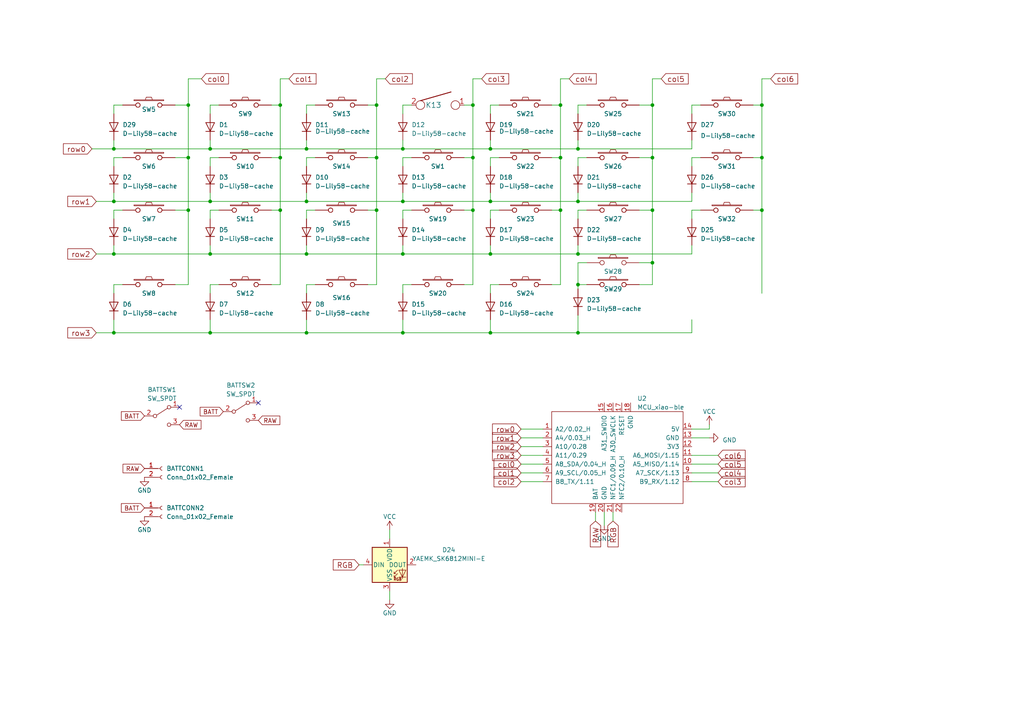
<source format=kicad_sch>
(kicad_sch (version 20230121) (generator eeschema)
  (paper "A4")
  (lib_symbols
    (symbol "Connector:Conn_01x02_Female" (pin_names (offset 1.016) hide)
      (property "Reference" "J" (at 0 2.54 0))
      (property "Value" "Conn_01x02_Female" (at 0 -5.08 0))
      (symbol "Conn_01x02_Female_1_1"
        (arc (start 0 -2.032) (mid -0.5058 -2.54) (end 0 -3.048) (stroke (width 0.1524)))
        (polyline (pts (xy -1.27 -2.54) (xy -0.508 -2.54)) (stroke (width 0.1524)))
        (polyline (pts (xy -1.27 0) (xy -0.508 0)) (stroke (width 0.1524)))
        (arc (start 0 0.508) (mid -0.5058 0) (end 0 -0.508) (stroke (width 0.1524)))
        (pin passive line (at -5.08 0 0) (length 3.81) (name "Pin_1") (number "1"))
        (pin passive line (at -5.08 -2.54 0) (length 3.81) (name "Pin_2") (number "2"))
      )
    )
    (symbol "ErgoTravel-rescue:KEYSW" (pin_names (offset 1.016))
      (property "Reference" "K?" (at -1.27 0 0))
      (symbol "KEYSW_0_1"
        (circle (center -5.08 0) (radius 1.27))
        (polyline (pts (xy -5.08 1.27) (xy 3.81 3.81)) (stroke (width 0.254)))
        (circle (center 5.08 0) (radius 1.27))
      )
      (symbol "KEYSW_1_1"
        (pin passive line (at 7.62 0 180) (length 1.27) (name "~") (number "1"))
        (pin passive line (at -7.62 0 0) (length 1.27) (name "~") (number "2"))
      )
    )
    (symbol "Switch:SW_SPDT" (pin_names (offset 0) hide)
      (property "Reference" "SW" (at 0 4.318 0))
      (property "Value" "SW_SPDT" (at 0 -5.08 0))
      (symbol "SW_SPDT_0_0"
        (circle (center -2.032 0) (radius 0.508))
        (circle (center 2.032 -2.54) (radius 0.508))
      )
      (symbol "SW_SPDT_0_1"
        (polyline (pts (xy -1.524 0.254) (xy 1.651 2.286)))
        (circle (center 2.032 2.54) (radius 0.508))
      )
      (symbol "SW_SPDT_1_1"
        (pin passive line (at 5.08 2.54 180) (length 2.54) (name "A") (number "1"))
        (pin passive line (at -5.08 0 0) (length 2.54) (name "B") (number "2"))
        (pin passive line (at 5.08 -2.54 180) (length 2.54) (name "C") (number "3"))
      )
    )
    (symbol "power:GND" (power) (pin_names (offset 0))
      (property "Value" "GND" (at 0 -3.81 0))
      (symbol "GND_0_1"
        (polyline (pts (xy 0 0) (xy 0 -1.27) (xy 1.27 -1.27) (xy 0 -2.54) (xy -1.27 -1.27) (xy 0 -1.27)))
      )
      (symbol "GND_1_1"
        (pin power_in line (at 0 0 270) (length 0) hide (name "GND") (number "1"))
      )
    )
    (symbol "power:VCC" (power) (pin_names (offset 0))
      (property "Value" "VCC" (at 0 3.81 0))
      (symbol "VCC_0_1"
        (polyline (pts (xy -0.762 1.27) (xy 0 2.54)))
        (polyline (pts (xy 0 0) (xy 0 2.54)))
        (polyline (pts (xy 0 2.54) (xy 0.762 1.27)))
      )
      (symbol "VCC_1_1"
        (pin power_in line (at 0 0 90) (length 0) hide (name "VCC") (number "1"))
      )
    )
    (symbol "sofle:D-Lily58-cache" (pin_numbers hide) (pin_names (offset 1.016) hide)
      (property "Reference" "D" (at 0 2.54 0))
      (property "Value" "D-Lily58-cache" (at 0 -2.54 0))
      (symbol "D-Lily58-cache_0_1"
        (polyline (pts (xy -1.27 1.27) (xy -1.27 -1.27)) (stroke (width 0.2032)))
        (polyline (pts (xy 1.27 0) (xy -1.27 0)))
        (polyline (pts (xy 1.27 1.27) (xy 1.27 -1.27) (xy -1.27 0) (xy 1.27 1.27)) (stroke (width 0.2032)))
      )
      (symbol "D-Lily58-cache_1_1"
        (pin passive line (at -3.81 0 0) (length 2.54) (name "K") (number "1"))
        (pin passive line (at 3.81 0 180) (length 2.54) (name "A") (number "2"))
      )
    )
    (symbol "sofle:SW_PUSH-Lily58-cache" (pin_numbers hide) (pin_names (offset 1.016) hide)
      (property "Reference" "SW" (at 3.81 2.794 0))
      (property "Value" "SW_PUSH-Lily58-cache" (at 0 -2.032 0))
      (symbol "SW_PUSH-Lily58-cache_0_1"
        (rectangle (start -4.318 1.27) (end 4.318 1.524))
        (polyline (pts (xy -1.016 1.524) (xy -0.762 2.286) (xy 0.762 2.286) (xy 1.016 1.524)))
        (pin passive inverted (at -7.62 0 0) (length 5.08) (name "1") (number "1"))
        (pin passive inverted (at 7.62 0 180) (length 5.08) (name "2") (number "2"))
      )
    )
    (symbol "yaemk:YAEMK_SK6812MINI-E" (pin_names (offset 0.254))
      (property "Reference" "D" (at 5.08 5.715 0))
      (property "Value" "YAEMK_SK6812MINI-E" (at 1.27 -5.715 0))
      (symbol "YAEMK_SK6812MINI-E_0_0"
        (text "RGB" (at 2.286 -4.191 0) (effects (font (size 0.762 0.762))))
      )
      (symbol "YAEMK_SK6812MINI-E_0_1"
        (polyline (pts (xy 1.27 -3.556) (xy 1.778 -3.556)))
        (polyline (pts (xy 1.27 -2.54) (xy 1.778 -2.54)))
        (polyline (pts (xy 4.699 -3.556) (xy 2.667 -3.556)))
        (polyline (pts (xy 2.286 -2.54) (xy 1.27 -3.556) (xy 1.27 -3.048)))
        (polyline (pts (xy 2.286 -1.524) (xy 1.27 -2.54) (xy 1.27 -2.032)))
        (polyline (pts (xy 3.683 -1.016) (xy 3.683 -3.556) (xy 3.683 -4.064)))
        (polyline (pts (xy 4.699 -1.524) (xy 2.667 -1.524) (xy 3.683 -3.556) (xy 4.699 -1.524)))
        (rectangle (start 5.08 5.08) (end -5.08 -5.08) (stroke (width 0.254)) (fill (type background)))
      )
      (symbol "YAEMK_SK6812MINI-E_1_1"
        (pin power_in line (at 0 7.62 270) (length 2.54) (name "VDD") (number "1"))
        (pin output line (at 7.62 0 180) (length 2.54) (name "DOUT") (number "2"))
        (pin power_in line (at 0 -7.62 90) (length 2.54) (name "VSS") (number "3"))
        (pin input line (at -7.62 0 0) (length 2.54) (name "DIN") (number "4"))
      )
    )
    (symbol "zzkeeb:MCU_xiao-ble" (pin_names (offset 1.016))
      (property "Reference" "U" (at -17.78 16.51 0))
      (property "Value" "MCU_xiao-ble" (at -15.24 13.97 0))
      (symbol "MCU_xiao-ble_0_1"
        (rectangle (start -19.05 12.7) (end 19.05 -13.97))
      )
      (symbol "MCU_xiao-ble_1_1"
        (pin bidirectional line (at -21.59 7.62 0) (length 2.54) (name "A2/0.02_H") (number "1"))
        (pin bidirectional line (at 21.59 -2.54 180) (length 2.54) (name "A5_MISO/1.14") (number "10"))
        (pin bidirectional line (at 21.59 0 180) (length 2.54) (name "A6_MOSI/1.15") (number "11"))
        (pin power_out line (at 21.59 2.54 180) (length 2.54) (name "3V3") (number "12"))
        (pin power_out line (at 21.59 5.08 180) (length 2.54) (name "GND") (number "13"))
        (pin power_out line (at 21.59 7.62 180) (length 2.54) (name "5V") (number "14"))
        (pin input line (at -3.81 15.24 270) (length 2.54) (name "A31_SWDIO") (number "15"))
        (pin input line (at -1.27 15.24 270) (length 2.54) (name "A30_SWCLK") (number "16"))
        (pin input line (at 1.27 15.24 270) (length 2.54) (name "RESET") (number "17"))
        (pin power_out line (at 3.81 15.24 270) (length 2.54) (name "GND") (number "18"))
        (pin bidirectional line (at -6.35 -16.51 90) (length 2.54) (name "BAT") (number "19"))
        (pin bidirectional line (at -21.59 5.08 0) (length 2.54) (name "A4/0.03_H") (number "2"))
        (pin power_out line (at -3.81 -16.51 90) (length 2.54) (name "GND") (number "20"))
        (pin bidirectional line (at -1.27 -16.51 90) (length 2.54) (name "NFC1/0.09_H") (number "21"))
        (pin bidirectional line (at 1.27 -16.51 90) (length 2.54) (name "NFC2/0.10_H") (number "22"))
        (pin bidirectional line (at -21.59 2.54 0) (length 2.54) (name "A10/0.28") (number "3"))
        (pin bidirectional line (at -21.59 0 0) (length 2.54) (name "A11/0.29") (number "4"))
        (pin bidirectional line (at -21.59 -2.54 0) (length 2.54) (name "A8_SDA/0.04_H") (number "5"))
        (pin bidirectional line (at -21.59 -5.08 0) (length 2.54) (name "A9_SCL/0.05_H") (number "6"))
        (pin bidirectional line (at -21.59 -7.62 0) (length 2.54) (name "B8_TX/1.11") (number "7"))
        (pin bidirectional line (at 21.59 -7.62 180) (length 2.54) (name "B9_RX/1.12") (number "8"))
        (pin bidirectional line (at 21.59 -5.08 180) (length 2.54) (name "A7_SCK/1.13") (number "9"))
      )
    )
  )
  (junction (at 54.61 30.48))
  (junction (at 116.84 73.66))
  (junction (at 109.22 30.48))
  (junction (at 54.61 45.72))
  (junction (at 220.98 30.48))
  (junction (at 189.23 30.48))
  (junction (at 142.24 96.52))
  (junction (at 220.98 45.72))
  (junction (at 142.24 58.42))
  (junction (at 189.23 60.96))
  (junction (at 60.96 43.18))
  (junction (at 137.16 45.72))
  (junction (at 60.96 73.66))
  (junction (at 220.98 60.96))
  (junction (at 33.02 96.52))
  (junction (at 137.16 60.96))
  (junction (at 88.9 58.42))
  (junction (at 33.02 43.18))
  (junction (at 109.22 60.96))
  (junction (at 116.84 43.18))
  (junction (at 167.64 73.66))
  (junction (at 162.56 45.72))
  (junction (at 88.9 96.52))
  (junction (at 88.9 73.66))
  (junction (at 33.02 73.66))
  (junction (at 60.96 58.42))
  (junction (at 116.84 96.52))
  (junction (at 54.61 60.96))
  (junction (at 167.64 96.52))
  (junction (at 116.84 58.42))
  (junction (at 189.23 45.72))
  (junction (at 33.02 58.42))
  (junction (at 167.64 58.42))
  (junction (at 167.64 82.55))
  (junction (at 88.9 43.18))
  (junction (at 81.28 30.48))
  (junction (at 81.28 45.72))
  (junction (at 189.23 76.2))
  (junction (at 81.28 60.96))
  (junction (at 142.24 43.18))
  (junction (at 162.56 30.48))
  (junction (at 109.22 45.72))
  (junction (at 162.56 60.96))
  (junction (at 142.24 73.66))
  (junction (at 167.64 43.18))
  (junction (at 137.16 30.48))
  (junction (at 60.96 96.52))
  (no_connect (at 74.93 116.84))
  (no_connect (at 52.07 118.11))
  (wire (pts (xy 200.66 73.66) (xy 167.64 73.66)))
  (wire (pts (xy 60.96 96.52) (xy 33.02 96.52)))
  (wire (pts (xy 60.96 45.72) (xy 63.5 45.72)))
  (wire (pts (xy 81.28 60.96) (xy 81.28 82.55)))
  (wire (pts (xy 81.28 45.72) (xy 81.28 60.96)))
  (wire (pts (xy 151.13 127) (xy 157.48 127)))
  (wire (pts (xy 200.66 71.12) (xy 200.66 73.66)))
  (wire (pts (xy 203.2 30.48) (xy 200.66 30.48)))
  (wire (pts (xy 137.16 45.72) (xy 137.16 60.96)))
  (wire (pts (xy 151.13 134.62) (xy 157.48 134.62)))
  (wire (pts (xy 60.96 58.42) (xy 33.02 58.42)))
  (wire (pts (xy 167.64 55.88) (xy 167.64 58.42)))
  (wire (pts (xy 81.28 82.55) (xy 78.74 82.55)))
  (wire (pts (xy 151.13 132.08) (xy 157.48 132.08)))
  (wire (pts (xy 142.24 96.52) (xy 116.84 96.52)))
  (wire (pts (xy 116.84 58.42) (xy 88.9 58.42)))
  (wire (pts (xy 142.24 43.18) (xy 116.84 43.18)))
  (wire (pts (xy 160.02 30.48) (xy 162.56 30.48)))
  (wire (pts (xy 167.64 30.48) (xy 170.18 30.48)))
  (wire (pts (xy 60.96 40.64) (xy 60.96 43.18)))
  (wire (pts (xy 200.66 30.48) (xy 200.66 33.02)))
  (wire (pts (xy 88.9 55.88) (xy 88.9 58.42)))
  (wire (pts (xy 218.44 60.96) (xy 220.98 60.96)))
  (wire (pts (xy 116.84 40.64) (xy 116.84 43.18)))
  (wire (pts (xy 189.23 22.86) (xy 191.77 22.86)))
  (wire (pts (xy 54.61 22.86) (xy 58.42 22.86)))
  (wire (pts (xy 116.84 71.12) (xy 116.84 73.66)))
  (wire (pts (xy 137.16 22.86) (xy 139.7 22.86)))
  (wire (pts (xy 81.28 22.86) (xy 83.82 22.86)))
  (wire (pts (xy 60.96 63.5) (xy 60.96 60.96)))
  (wire (pts (xy 33.02 82.55) (xy 33.02 85.09)))
  (wire (pts (xy 137.16 60.96) (xy 137.16 82.55)))
  (wire (pts (xy 142.24 73.66) (xy 116.84 73.66)))
  (wire (pts (xy 189.23 76.2) (xy 189.23 60.96)))
  (wire (pts (xy 200.66 60.96) (xy 203.2 60.96)))
  (wire (pts (xy 167.64 82.55) (xy 167.64 83.82)))
  (wire (pts (xy 142.24 45.72) (xy 142.24 48.26)))
  (wire (pts (xy 162.56 82.55) (xy 160.02 82.55)))
  (wire (pts (xy 60.96 85.09) (xy 60.96 82.55)))
  (wire (pts (xy 185.42 45.72) (xy 189.23 45.72)))
  (wire (pts (xy 134.62 60.96) (xy 137.16 60.96)))
  (wire (pts (xy 60.96 33.02) (xy 60.96 30.48)))
  (wire (pts (xy 50.8 30.48) (xy 54.61 30.48)))
  (wire (pts (xy 33.02 60.96) (xy 33.02 63.5)))
  (wire (pts (xy 200.66 48.26) (xy 200.66 45.72)))
  (wire (pts (xy 137.16 22.86) (xy 137.16 30.48)))
  (wire (pts (xy 200.66 132.08) (xy 208.28 132.08)))
  (wire (pts (xy 162.56 45.72) (xy 162.56 60.96)))
  (wire (pts (xy 116.84 85.09) (xy 116.84 82.55)))
  (wire (pts (xy 167.64 76.2) (xy 170.18 76.2)))
  (wire (pts (xy 104.14 163.83) (xy 105.41 163.83)))
  (wire (pts (xy 200.66 92.71) (xy 200.66 96.52)))
  (wire (pts (xy 109.22 60.96) (xy 109.22 82.55)))
  (wire (pts (xy 220.98 22.86) (xy 223.52 22.86)))
  (wire (pts (xy 162.56 22.86) (xy 165.1 22.86)))
  (wire (pts (xy 205.74 124.46) (xy 205.74 123.19)))
  (wire (pts (xy 113.03 153.67) (xy 113.03 156.21)))
  (wire (pts (xy 200.66 45.72) (xy 203.2 45.72)))
  (wire (pts (xy 109.22 22.86) (xy 109.22 30.48)))
  (wire (pts (xy 60.96 60.96) (xy 63.5 60.96)))
  (wire (pts (xy 116.84 45.72) (xy 116.84 48.26)))
  (wire (pts (xy 220.98 22.86) (xy 220.98 30.48)))
  (wire (pts (xy 185.42 30.48) (xy 189.23 30.48)))
  (wire (pts (xy 142.24 40.64) (xy 142.24 43.18)))
  (wire (pts (xy 88.9 43.18) (xy 60.96 43.18)))
  (wire (pts (xy 185.42 60.96) (xy 189.23 60.96)))
  (wire (pts (xy 33.02 71.12) (xy 33.02 73.66)))
  (wire (pts (xy 50.8 45.72) (xy 54.61 45.72)))
  (wire (pts (xy 200.66 124.46) (xy 205.74 124.46)))
  (wire (pts (xy 142.24 71.12) (xy 142.24 73.66)))
  (wire (pts (xy 175.26 148.59) (xy 175.26 152.4)))
  (wire (pts (xy 151.13 139.7) (xy 157.48 139.7)))
  (wire (pts (xy 116.84 92.71) (xy 116.84 96.52)))
  (wire (pts (xy 91.44 30.48) (xy 88.9 30.48)))
  (wire (pts (xy 151.13 129.54) (xy 157.48 129.54)))
  (wire (pts (xy 151.13 124.46) (xy 157.48 124.46)))
  (wire (pts (xy 167.64 71.12) (xy 167.64 73.66)))
  (wire (pts (xy 200.66 127) (xy 205.74 127)))
  (wire (pts (xy 88.9 96.52) (xy 60.96 96.52)))
  (wire (pts (xy 78.74 30.48) (xy 81.28 30.48)))
  (wire (pts (xy 134.62 30.48) (xy 137.16 30.48)))
  (wire (pts (xy 142.24 55.88) (xy 142.24 58.42)))
  (wire (pts (xy 88.9 82.55) (xy 88.9 85.09)))
  (wire (pts (xy 142.24 85.09) (xy 142.24 82.55)))
  (wire (pts (xy 142.24 63.5) (xy 142.24 60.96)))
  (wire (pts (xy 167.64 58.42) (xy 142.24 58.42)))
  (wire (pts (xy 88.9 58.42) (xy 60.96 58.42)))
  (wire (pts (xy 88.9 73.66) (xy 60.96 73.66)))
  (wire (pts (xy 220.98 60.96) (xy 220.98 85.09)))
  (wire (pts (xy 162.56 30.48) (xy 162.56 45.72)))
  (wire (pts (xy 60.96 30.48) (xy 63.5 30.48)))
  (wire (pts (xy 88.9 40.64) (xy 88.9 43.18)))
  (wire (pts (xy 218.44 45.72) (xy 220.98 45.72)))
  (wire (pts (xy 33.02 96.52) (xy 27.94 96.52)))
  (wire (pts (xy 134.62 45.72) (xy 137.16 45.72)))
  (wire (pts (xy 177.8 148.59) (xy 177.8 151.13)))
  (wire (pts (xy 116.84 96.52) (xy 88.9 96.52)))
  (wire (pts (xy 167.64 33.02) (xy 167.64 30.48)))
  (wire (pts (xy 33.02 55.88) (xy 33.02 58.42)))
  (wire (pts (xy 167.64 45.72) (xy 170.18 45.72)))
  (wire (pts (xy 200.66 58.42) (xy 167.64 58.42)))
  (wire (pts (xy 172.72 148.59) (xy 172.72 151.13)))
  (wire (pts (xy 170.18 82.55) (xy 167.64 82.55)))
  (wire (pts (xy 109.22 22.86) (xy 111.76 22.86)))
  (wire (pts (xy 60.96 71.12) (xy 60.96 73.66)))
  (wire (pts (xy 81.28 30.48) (xy 81.28 45.72)))
  (wire (pts (xy 60.96 73.66) (xy 33.02 73.66)))
  (wire (pts (xy 189.23 82.55) (xy 189.23 76.2)))
  (wire (pts (xy 60.96 55.88) (xy 60.96 58.42)))
  (wire (pts (xy 33.02 43.18) (xy 26.67 43.18)))
  (wire (pts (xy 54.61 60.96) (xy 54.61 82.55)))
  (wire (pts (xy 60.96 43.18) (xy 33.02 43.18)))
  (wire (pts (xy 142.24 60.96) (xy 144.78 60.96)))
  (wire (pts (xy 106.68 60.96) (xy 109.22 60.96)))
  (wire (pts (xy 88.9 45.72) (xy 91.44 45.72)))
  (wire (pts (xy 81.28 22.86) (xy 81.28 30.48)))
  (wire (pts (xy 116.84 30.48) (xy 116.84 33.02)))
  (wire (pts (xy 60.96 48.26) (xy 60.96 45.72)))
  (wire (pts (xy 60.96 82.55) (xy 63.5 82.55)))
  (wire (pts (xy 189.23 30.48) (xy 189.23 22.86)))
  (wire (pts (xy 151.13 137.16) (xy 157.48 137.16)))
  (wire (pts (xy 189.23 60.96) (xy 189.23 45.72)))
  (wire (pts (xy 167.64 60.96) (xy 170.18 60.96)))
  (wire (pts (xy 88.9 30.48) (xy 88.9 33.02)))
  (wire (pts (xy 200.66 63.5) (xy 200.66 60.96)))
  (wire (pts (xy 54.61 45.72) (xy 54.61 60.96)))
  (wire (pts (xy 167.64 43.18) (xy 142.24 43.18)))
  (wire (pts (xy 54.61 30.48) (xy 54.61 45.72)))
  (wire (pts (xy 220.98 30.48) (xy 220.98 45.72)))
  (wire (pts (xy 167.64 40.64) (xy 167.64 43.18)))
  (wire (pts (xy 78.74 60.96) (xy 81.28 60.96)))
  (wire (pts (xy 116.84 82.55) (xy 119.38 82.55)))
  (wire (pts (xy 142.24 30.48) (xy 142.24 33.02)))
  (wire (pts (xy 200.66 43.18) (xy 167.64 43.18)))
  (wire (pts (xy 137.16 30.48) (xy 137.16 45.72)))
  (wire (pts (xy 167.64 63.5) (xy 167.64 60.96)))
  (wire (pts (xy 106.68 45.72) (xy 109.22 45.72)))
  (wire (pts (xy 189.23 45.72) (xy 189.23 30.48)))
  (wire (pts (xy 33.02 45.72) (xy 33.02 48.26)))
  (wire (pts (xy 200.66 96.52) (xy 167.64 96.52)))
  (wire (pts (xy 33.02 92.71) (xy 33.02 96.52)))
  (wire (pts (xy 162.56 22.86) (xy 162.56 30.48)))
  (wire (pts (xy 185.42 82.55) (xy 189.23 82.55)))
  (wire (pts (xy 144.78 45.72) (xy 142.24 45.72)))
  (wire (pts (xy 35.56 45.72) (xy 33.02 45.72)))
  (wire (pts (xy 200.66 139.7) (xy 208.28 139.7)))
  (wire (pts (xy 137.16 82.55) (xy 134.62 82.55)))
  (wire (pts (xy 54.61 82.55) (xy 50.8 82.55)))
  (wire (pts (xy 60.96 92.71) (xy 60.96 96.52)))
  (wire (pts (xy 119.38 30.48) (xy 116.84 30.48)))
  (wire (pts (xy 144.78 30.48) (xy 142.24 30.48)))
  (wire (pts (xy 106.68 30.48) (xy 109.22 30.48)))
  (wire (pts (xy 200.66 137.16) (xy 208.28 137.16)))
  (wire (pts (xy 142.24 58.42) (xy 116.84 58.42)))
  (wire (pts (xy 167.64 96.52) (xy 142.24 96.52)))
  (wire (pts (xy 160.02 45.72) (xy 162.56 45.72)))
  (wire (pts (xy 167.64 48.26) (xy 167.64 45.72)))
  (wire (pts (xy 113.03 171.45) (xy 113.03 173.99)))
  (wire (pts (xy 142.24 92.71) (xy 142.24 96.52)))
  (wire (pts (xy 200.66 40.64) (xy 200.66 43.18)))
  (wire (pts (xy 162.56 60.96) (xy 162.56 82.55)))
  (wire (pts (xy 88.9 92.71) (xy 88.9 96.52)))
  (wire (pts (xy 200.66 55.88) (xy 200.66 58.42)))
  (wire (pts (xy 91.44 82.55) (xy 88.9 82.55)))
  (wire (pts (xy 218.44 30.48) (xy 220.98 30.48)))
  (wire (pts (xy 116.84 55.88) (xy 116.84 58.42)))
  (wire (pts (xy 119.38 45.72) (xy 116.84 45.72)))
  (wire (pts (xy 220.98 45.72) (xy 220.98 60.96)))
  (wire (pts (xy 35.56 82.55) (xy 33.02 82.55)))
  (wire (pts (xy 109.22 30.48) (xy 109.22 45.72)))
  (wire (pts (xy 33.02 30.48) (xy 33.02 33.02)))
  (wire (pts (xy 88.9 60.96) (xy 88.9 63.5)))
  (wire (pts (xy 88.9 71.12) (xy 88.9 73.66)))
  (wire (pts (xy 109.22 45.72) (xy 109.22 60.96)))
  (wire (pts (xy 33.02 73.66) (xy 27.94 73.66)))
  (wire (pts (xy 88.9 48.26) (xy 88.9 45.72)))
  (wire (pts (xy 35.56 30.48) (xy 33.02 30.48)))
  (wire (pts (xy 160.02 60.96) (xy 162.56 60.96)))
  (wire (pts (xy 50.8 60.96) (xy 54.61 60.96)))
  (wire (pts (xy 200.66 134.62) (xy 208.28 134.62)))
  (wire (pts (xy 33.02 40.64) (xy 33.02 43.18)))
  (wire (pts (xy 167.64 91.44) (xy 167.64 96.52)))
  (wire (pts (xy 185.42 76.2) (xy 189.23 76.2)))
  (wire (pts (xy 142.24 82.55) (xy 144.78 82.55)))
  (wire (pts (xy 116.84 73.66) (xy 88.9 73.66)))
  (wire (pts (xy 109.22 82.55) (xy 106.68 82.55)))
  (wire (pts (xy 33.02 58.42) (xy 27.94 58.42)))
  (wire (pts (xy 78.74 45.72) (xy 81.28 45.72)))
  (wire (pts (xy 91.44 60.96) (xy 88.9 60.96)))
  (wire (pts (xy 167.64 73.66) (xy 142.24 73.66)))
  (wire (pts (xy 167.64 76.2) (xy 167.64 82.55)))
  (wire (pts (xy 116.84 63.5) (xy 116.84 60.96)))
  (wire (pts (xy 54.61 22.86) (xy 54.61 30.48)))
  (wire (pts (xy 116.84 43.18) (xy 88.9 43.18)))
  (wire (pts (xy 116.84 60.96) (xy 119.38 60.96)))
  (wire (pts (xy 35.56 60.96) (xy 33.02 60.96)))
  (global_label "col3" (shape input) (at 139.7 22.86 0) (effects (font (size 1.524 1.524))) (property "Intersheetrefs" "${INTERSHEET_REFS}" (effects hide)))
  (global_label "RAW" (shape input) (at 41.91 135.89 180) (property "Intersheetrefs" "${INTERSHEET_REFS}" (effects hide)))
  (global_label "row2" (shape input) (at 151.13 129.54 180) (effects (font (size 1.524 1.524))) (property "Intersheetrefs" "${INTERSHEET_REFS}" (effects hide)))
  (global_label "col1" (shape input) (at 151.13 137.16 180) (effects (font (size 1.524 1.524))) (property "Intersheetrefs" "${INTERSHEET_REFS}" (effects hide)))
  (global_label "col3" (shape input) (at 208.28 139.7 0) (effects (font (size 1.524 1.524))) (property "Intersheetrefs" "${INTERSHEET_REFS}" (effects hide)))
  (global_label "RGB" (shape input) (at 104.14 163.83 180) (effects (font (size 1.524 1.524))) (property "Intersheetrefs" "${INTERSHEET_REFS}" (effects hide)))
  (global_label "col5" (shape input) (at 191.77 22.86 0) (effects (font (size 1.524 1.524))) (property "Intersheetrefs" "${INTERSHEET_REFS}" (effects hide)))
  (global_label "col0" (shape input) (at 58.42 22.86 0) (effects (font (size 1.524 1.524))) (property "Intersheetrefs" "${INTERSHEET_REFS}" (effects hide)))
  (global_label "row2" (shape input) (at 27.94 73.66 180) (effects (font (size 1.524 1.524))) (property "Intersheetrefs" "${INTERSHEET_REFS}" (effects hide)))
  (global_label "RAW" (shape input) (at 74.93 121.92 0) (property "Intersheetrefs" "${INTERSHEET_REFS}" (effects hide)))
  (global_label "col5" (shape input) (at 208.28 134.62 0) (effects (font (size 1.524 1.524))) (property "Intersheetrefs" "${INTERSHEET_REFS}" (effects hide)))
  (global_label "BATT" (shape input) (at 41.91 120.65 180) (property "Intersheetrefs" "${INTERSHEET_REFS}" (effects hide)))
  (global_label "row0" (shape input) (at 151.13 124.46 180) (effects (font (size 1.524 1.524))) (property "Intersheetrefs" "${INTERSHEET_REFS}" (effects hide)))
  (global_label "BATT" (shape input) (at 41.91 147.32 180) (property "Intersheetrefs" "${INTERSHEET_REFS}" (effects hide)))
  (global_label "col2" (shape input) (at 111.76 22.86 0) (effects (font (size 1.524 1.524))) (property "Intersheetrefs" "${INTERSHEET_REFS}" (effects hide)))
  (global_label "RAW" (shape input) (at 172.72 151.13 270) (effects (font (size 1.524 1.524))) (property "Intersheetrefs" "${INTERSHEET_REFS}" (effects hide)))
  (global_label "col1" (shape input) (at 83.82 22.86 0) (effects (font (size 1.524 1.524))) (property "Intersheetrefs" "${INTERSHEET_REFS}" (effects hide)))
  (global_label "row3" (shape input) (at 151.13 132.08 180) (effects (font (size 1.524 1.524))) (property "Intersheetrefs" "${INTERSHEET_REFS}" (effects hide)))
  (global_label "col4" (shape input) (at 165.1 22.86 0) (effects (font (size 1.524 1.524))) (property "Intersheetrefs" "${INTERSHEET_REFS}" (effects hide)))
  (global_label "row3" (shape input) (at 27.94 96.52 180) (effects (font (size 1.524 1.524))) (property "Intersheetrefs" "${INTERSHEET_REFS}" (effects hide)))
  (global_label "col4" (shape input) (at 208.28 137.16 0) (effects (font (size 1.524 1.524))) (property "Intersheetrefs" "${INTERSHEET_REFS}" (effects hide)))
  (global_label "RGB" (shape input) (at 177.8 151.13 270) (effects (font (size 1.524 1.524))) (property "Intersheetrefs" "${INTERSHEET_REFS}" (effects hide)))
  (global_label "row1" (shape input) (at 27.94 58.42 180) (effects (font (size 1.524 1.524))) (property "Intersheetrefs" "${INTERSHEET_REFS}" (effects hide)))
  (global_label "col2" (shape input) (at 151.13 139.7 180) (effects (font (size 1.524 1.524))) (property "Intersheetrefs" "${INTERSHEET_REFS}" (effects hide)))
  (global_label "col6" (shape input) (at 208.28 132.08 0) (effects (font (size 1.524 1.524))) (property "Intersheetrefs" "${INTERSHEET_REFS}" (effects hide)))
  (global_label "col6" (shape input) (at 223.52 22.86 0) (effects (font (size 1.524 1.524))) (property "Intersheetrefs" "${INTERSHEET_REFS}" (effects hide)))
  (global_label "row1" (shape input) (at 151.13 127 180) (effects (font (size 1.524 1.524))) (property "Intersheetrefs" "${INTERSHEET_REFS}" (effects hide)))
  (global_label "RAW" (shape input) (at 52.07 123.19 0) (property "Intersheetrefs" "${INTERSHEET_REFS}" (effects hide)))
  (global_label "col0" (shape input) (at 151.13 134.62 180) (effects (font (size 1.524 1.524))) (property "Intersheetrefs" "${INTERSHEET_REFS}" (effects hide)))
  (global_label "row0" (shape input) (at 26.67 43.18 180) (effects (font (size 1.524 1.524))) (property "Intersheetrefs" "${INTERSHEET_REFS}" (effects hide)))
  (global_label "BATT" (shape input) (at 64.77 119.38 180) (property "Intersheetrefs" "${INTERSHEET_REFS}" (effects hide)))
  (symbol (lib_id "ErgoTravel-rescue:KEYSW") (at 127 30.48 0) (unit 1)
    (property "Reference" "K13" (at 125.73 30.48 0) (effects (font (size 1.524 1.524))))
    (property "Value" "KEYSW" (effects hide))
    (property "Footprint" "keyswitches:SW_MX_reversible" (effects hide))
  )
  (symbol (lib_id "sofle:D-Lily58-cache") (at 200.66 67.31 90) (unit 1)
    (property "Reference" "D25" (at 203.2 66.675 90) (effects (justify right)))
    (property "Value" "D-Lily58-cache" (at 203.2 69.215 90) (effects (justify right)))
    (property "Footprint" "sofle:Diode_SOD123" (effects hide))
  )
  (symbol (lib_id "sofle:D-Lily58-cache") (at 167.64 87.63 90) (unit 1)
    (property "Reference" "D23" (at 170.18 86.995 90) (effects (justify right)))
    (property "Value" "D-Lily58-cache" (at 170.18 89.535 90) (effects (justify right)))
    (property "Footprint" "sofle:Diode_SOD123" (effects hide))
  )
  (symbol (lib_id "sofle:D-Lily58-cache") (at 142.24 36.83 90) (unit 1)
    (property "Reference" "D19" (at 144.78 36.195 90) (effects (justify right)))
    (property "Value" "D-Lily58-cache" (at 144.78 38.1 90) (effects (justify right)))
    (property "Footprint" "sofle:Diode_SOD123" (effects hide))
  )
  (symbol (lib_id "power:GND") (at 41.91 149.86 0) (unit 1)
    (property "Reference" "#PWR03" (effects hide))
    (property "Value" "GND" (at 41.91 153.67 0))
  )
  (symbol (lib_id "yaemk:YAEMK_SK6812MINI-E") (at 113.03 163.83 0) (unit 1)
    (property "Reference" "D24" (at 130.175 159.4993 0))
    (property "Value" "YAEMK_SK6812MINI-E" (at 130.175 162.0393 0))
    (property "Footprint" "prettylib:SK6812_mini_e_flipable" (effects hide))
  )
  (symbol (lib_id "Switch:SW_SPDT") (at 69.85 119.38 0) (unit 1)
    (property "Reference" "BATTSW2" (at 69.85 111.76 0))
    (property "Value" "SW_SPDT" (at 69.85 114.3 0))
    (property "Footprint" "zzkeeb:Switch_SPDT-PCM12" (effects hide))
  )
  (symbol (lib_id "Connector:Conn_01x02_Female") (at 46.99 135.89 0) (unit 1)
    (property "Reference" "BATTCONN1" (at 48.26 135.8899 0) (effects (justify left)))
    (property "Value" "Conn_01x02_Female" (at 48.26 138.4299 0) (effects (justify left)))
    (property "Footprint" "zzkeeb:Connector_JST-1x02-2.00mm" (effects hide))
  )
  (symbol (lib_id "sofle:SW_PUSH-Lily58-cache") (at 152.4 60.96 0) (unit 1)
    (property "Reference" "SW23" (at 152.4 63.5 0))
    (property "Value" "SW_PUSH-Lily58-cache" (effects hide))
    (property "Footprint" "sofle:CherryMX_Hotswap" (effects hide))
  )
  (symbol (lib_id "power:GND") (at 41.91 138.43 0) (unit 1)
    (property "Reference" "#PWR02" (effects hide))
    (property "Value" "GND" (at 41.91 142.24 0))
  )
  (symbol (lib_id "sofle:D-Lily58-cache") (at 88.9 67.31 90) (unit 1)
    (property "Reference" "D9" (at 91.44 66.675 90) (effects (justify right)))
    (property "Value" "D-Lily58-cache" (at 91.44 69.215 90) (effects (justify right)))
    (property "Footprint" "sofle:Diode_SOD123" (effects hide))
  )
  (symbol (lib_id "sofle:D-Lily58-cache") (at 116.84 36.83 90) (unit 1)
    (property "Reference" "D12" (at 119.38 36.195 90) (effects (justify right)))
    (property "Value" "D-Lily58-cache" (at 119.38 38.735 90) (effects (justify right)))
    (property "Footprint" "sofle:Diode_SOD123" (effects hide))
  )
  (symbol (lib_id "sofle:SW_PUSH-Lily58-cache") (at 99.06 60.96 0) (unit 1)
    (property "Reference" "SW15" (at 99.06 64.77 0))
    (property "Value" "SW_PUSH-Lily58-cache" (effects hide))
    (property "Footprint" "sofle:CherryMX_Hotswap" (effects hide))
  )
  (symbol (lib_id "sofle:D-Lily58-cache") (at 60.96 36.83 90) (unit 1)
    (property "Reference" "D1" (at 63.5 36.195 90) (effects (justify right)))
    (property "Value" "D-Lily58-cache" (at 63.5 38.735 90) (effects (justify right)))
    (property "Footprint" "sofle:Diode_SOD123" (effects hide))
  )
  (symbol (lib_id "sofle:SW_PUSH-Lily58-cache") (at 210.82 30.48 0) (unit 1)
    (property "Reference" "SW30" (at 210.82 33.02 0))
    (property "Value" "SW_PUSH-Lily58-cache" (effects hide))
    (property "Footprint" "sofle:CherryMX_Hotswap" (effects hide))
  )
  (symbol (lib_id "sofle:D-Lily58-cache") (at 88.9 88.9 90) (unit 1)
    (property "Reference" "D8" (at 91.44 88.265 90) (effects (justify right)))
    (property "Value" "D-Lily58-cache" (at 91.44 90.805 90) (effects (justify right)))
    (property "Footprint" "sofle:Diode_SOD123" (effects hide))
  )
  (symbol (lib_id "sofle:SW_PUSH-Lily58-cache") (at 43.18 30.48 0) (unit 1)
    (property "Reference" "SW5" (at 43.18 31.75 0))
    (property "Value" "SW_PUSH-Lily58-cache" (effects hide))
    (property "Footprint" "sofle:CherryMX_Hotswap" (effects hide))
  )
  (symbol (lib_id "Switch:SW_SPDT") (at 46.99 120.65 0) (unit 1)
    (property "Reference" "BATTSW1" (at 46.99 113.03 0))
    (property "Value" "SW_SPDT" (at 46.99 115.57 0))
    (property "Footprint" "zzkeeb:Switch_SPDT-PCM12" (effects hide))
  )
  (symbol (lib_id "sofle:SW_PUSH-Lily58-cache") (at 210.82 45.72 0) (unit 1)
    (property "Reference" "SW31" (at 210.82 48.26 0))
    (property "Value" "SW_PUSH-Lily58-cache" (effects hide))
    (property "Footprint" "sofle:CherryMX_Hotswap" (effects hide))
  )
  (symbol (lib_id "Connector:Conn_01x02_Female") (at 46.99 147.32 0) (unit 1)
    (property "Reference" "BATTCONN2" (at 48.26 147.3199 0) (effects (justify left)))
    (property "Value" "Conn_01x02_Female" (at 48.26 149.8599 0) (effects (justify left)))
    (property "Footprint" "zzkeeb:Connector_JST-1x02-2.00mm" (effects hide))
  )
  (symbol (lib_id "sofle:SW_PUSH-Lily58-cache") (at 152.4 45.72 0) (unit 1)
    (property "Reference" "SW22" (at 152.4 48.26 0))
    (property "Value" "SW_PUSH-Lily58-cache" (effects hide))
    (property "Footprint" "sofle:CherryMX_Hotswap" (effects hide))
  )
  (symbol (lib_id "sofle:SW_PUSH-Lily58-cache") (at 177.8 60.96 0) (unit 1)
    (property "Reference" "SW27" (at 177.8 63.5 0))
    (property "Value" "SW_PUSH-Lily58-cache" (effects hide))
    (property "Footprint" "sofle:CherryMX_Hotswap" (effects hide))
  )
  (symbol (lib_id "sofle:D-Lily58-cache") (at 88.9 36.83 90) (unit 1)
    (property "Reference" "D11" (at 91.44 36.195 90) (effects (justify right)))
    (property "Value" "D-Lily58-cache" (at 91.44 38.1 90) (effects (justify right)))
    (property "Footprint" "sofle:Diode_SOD123" (effects hide))
  )
  (symbol (lib_id "sofle:SW_PUSH-Lily58-cache") (at 43.18 82.55 0) (unit 1)
    (property "Reference" "SW8" (at 43.18 85.09 0))
    (property "Value" "SW_PUSH-Lily58-cache" (effects hide))
    (property "Footprint" "sofle:CherryMX_Hotswap" (effects hide))
  )
  (symbol (lib_id "sofle:SW_PUSH-Lily58-cache") (at 71.12 45.72 0) (unit 1)
    (property "Reference" "SW10" (at 71.12 48.26 0))
    (property "Value" "SW_PUSH-Lily58-cache" (effects hide))
    (property "Footprint" "sofle:CherryMX_Hotswap" (effects hide))
  )
  (symbol (lib_id "sofle:D-Lily58-cache") (at 33.02 36.83 90) (unit 1)
    (property "Reference" "D29" (at 35.56 36.195 90) (effects (justify right)))
    (property "Value" "D-Lily58-cache" (at 35.56 38.735 90) (effects (justify right)))
    (property "Footprint" "sofle:Diode_SOD123" (effects hide))
  )
  (symbol (lib_id "sofle:SW_PUSH-Lily58-cache") (at 152.4 82.55 0) (unit 1)
    (property "Reference" "SW24" (at 152.4 85.09 0))
    (property "Value" "SW_PUSH-Lily58-cache" (effects hide))
    (property "Footprint" "sofle:CherryMX_Hotswap" (effects hide))
  )
  (symbol (lib_id "sofle:SW_PUSH-Lily58-cache") (at 127 82.55 0) (unit 1)
    (property "Reference" "SW20" (at 127 85.09 0))
    (property "Value" "SW_PUSH-Lily58-cache" (effects hide))
    (property "Footprint" "sofle:CherryMX_Hotswap" (effects hide))
  )
  (symbol (lib_id "sofle:SW_PUSH-Lily58-cache") (at 177.8 76.2 0) (unit 1)
    (property "Reference" "SW28" (at 177.8 78.74 0))
    (property "Value" "SW_PUSH-Lily58-cache" (effects hide))
    (property "Footprint" "sofle:CherryMX_Hotswap" (effects hide))
  )
  (symbol (lib_id "sofle:SW_PUSH-Lily58-cache") (at 99.06 45.72 0) (unit 1)
    (property "Reference" "SW14" (at 99.06 48.26 0))
    (property "Value" "SW_PUSH-Lily58-cache" (effects hide))
    (property "Footprint" "sofle:CherryMX_Hotswap" (effects hide))
  )
  (symbol (lib_id "sofle:D-Lily58-cache") (at 33.02 88.9 90) (unit 1)
    (property "Reference" "D6" (at 35.56 88.265 90) (effects (justify right)))
    (property "Value" "D-Lily58-cache" (at 35.56 90.805 90) (effects (justify right)))
    (property "Footprint" "sofle:Diode_SOD123" (effects hide))
  )
  (symbol (lib_id "sofle:SW_PUSH-Lily58-cache") (at 152.4 30.48 0) (unit 1)
    (property "Reference" "SW21" (at 152.4 33.02 0))
    (property "Value" "SW_PUSH-Lily58-cache" (effects hide))
    (property "Footprint" "sofle:CherryMX_Hotswap" (effects hide))
  )
  (symbol (lib_id "sofle:D-Lily58-cache") (at 88.9 52.07 90) (unit 1)
    (property "Reference" "D10" (at 91.44 51.435 90) (effects (justify right)))
    (property "Value" "D-Lily58-cache" (at 91.44 53.975 90) (effects (justify right)))
    (property "Footprint" "sofle:Diode_SOD123" (effects hide))
  )
  (symbol (lib_id "sofle:SW_PUSH-Lily58-cache") (at 177.8 45.72 0) (unit 1)
    (property "Reference" "SW26" (at 177.8 48.26 0))
    (property "Value" "SW_PUSH-Lily58-cache" (effects hide))
    (property "Footprint" "sofle:CherryMX_Hotswap" (effects hide))
  )
  (symbol (lib_id "sofle:D-Lily58-cache") (at 200.66 52.07 90) (unit 1)
    (property "Reference" "D26" (at 203.2 51.435 90) (effects (justify right)))
    (property "Value" "D-Lily58-cache" (at 203.2 53.975 90) (effects (justify right)))
    (property "Footprint" "sofle:Diode_SOD123" (effects hide))
  )
  (symbol (lib_id "power:VCC") (at 113.03 153.67 0) (unit 1)
    (property "Reference" "#PWR04" (effects hide))
    (property "Value" "VCC" (at 113.03 149.86 0))
  )
  (symbol (lib_id "sofle:SW_PUSH-Lily58-cache") (at 71.12 82.55 0) (unit 1)
    (property "Reference" "SW12" (at 71.12 85.09 0))
    (property "Value" "SW_PUSH-Lily58-cache" (effects hide))
    (property "Footprint" "sofle:CherryMX_Hotswap" (effects hide))
  )
  (symbol (lib_id "sofle:D-Lily58-cache") (at 116.84 88.9 90) (unit 1)
    (property "Reference" "D15" (at 119.38 88.265 90) (effects (justify right)))
    (property "Value" "D-Lily58-cache" (at 119.38 90.805 90) (effects (justify right)))
    (property "Footprint" "sofle:Diode_SOD123" (effects hide))
  )
  (symbol (lib_id "sofle:D-Lily58-cache") (at 200.66 36.83 90) (unit 1)
    (property "Reference" "D27" (at 203.2 36.195 90) (effects (justify right)))
    (property "Value" "D-Lily58-cache" (at 203.2 39.37 90) (effects (justify right)))
    (property "Footprint" "sofle:Diode_SOD123" (effects hide))
  )
  (symbol (lib_id "power:GND") (at 113.03 173.99 0) (unit 1)
    (property "Reference" "#PWR06" (effects hide))
    (property "Value" "GND" (at 113.03 177.8 0))
  )
  (symbol (lib_id "sofle:D-Lily58-cache") (at 33.02 52.07 90) (unit 1)
    (property "Reference" "D2" (at 35.56 51.435 90) (effects (justify right)))
    (property "Value" "D-Lily58-cache" (at 35.56 53.975 90) (effects (justify right)))
    (property "Footprint" "sofle:Diode_SOD123" (effects hide))
  )
  (symbol (lib_id "sofle:D-Lily58-cache") (at 60.96 88.9 90) (unit 1)
    (property "Reference" "D7" (at 63.5 88.265 90) (effects (justify right)))
    (property "Value" "D-Lily58-cache" (at 63.5 90.805 90) (effects (justify right)))
    (property "Footprint" "sofle:Diode_SOD123" (effects hide))
  )
  (symbol (lib_id "sofle:SW_PUSH-Lily58-cache") (at 127 60.96 0) (unit 1)
    (property "Reference" "SW19" (at 127 63.5 0))
    (property "Value" "SW_PUSH-Lily58-cache" (effects hide))
    (property "Footprint" "sofle:CherryMX_Hotswap" (effects hide))
  )
  (symbol (lib_id "sofle:D-Lily58-cache") (at 33.02 67.31 90) (unit 1)
    (property "Reference" "D4" (at 35.56 66.675 90) (effects (justify right)))
    (property "Value" "D-Lily58-cache" (at 35.56 69.215 90) (effects (justify right)))
    (property "Footprint" "sofle:Diode_SOD123" (effects hide))
  )
  (symbol (lib_id "power:GND") (at 205.74 127 90) (unit 1)
    (property "Reference" "#PWR01" (effects hide))
    (property "Value" "GND" (at 209.55 127.635 90) (effects (justify right)))
  )
  (symbol (lib_id "sofle:D-Lily58-cache") (at 142.24 67.31 90) (unit 1)
    (property "Reference" "D17" (at 144.78 66.675 90) (effects (justify right)))
    (property "Value" "D-Lily58-cache" (at 144.78 69.215 90) (effects (justify right)))
    (property "Footprint" "sofle:Diode_SOD123" (effects hide))
  )
  (symbol (lib_id "power:GND") (at 175.26 152.4 0) (unit 1)
    (property "Reference" "#PWR07" (effects hide))
    (property "Value" "GND" (at 175.26 156.21 0))
  )
  (symbol (lib_id "sofle:SW_PUSH-Lily58-cache") (at 43.18 60.96 0) (unit 1)
    (property "Reference" "SW7" (at 43.18 63.5 0))
    (property "Value" "SW_PUSH-Lily58-cache" (effects hide))
    (property "Footprint" "sofle:CherryMX_Hotswap" (effects hide))
  )
  (symbol (lib_id "sofle:D-Lily58-cache") (at 116.84 67.31 90) (unit 1)
    (property "Reference" "D14" (at 119.38 66.675 90) (effects (justify right)))
    (property "Value" "D-Lily58-cache" (at 119.38 69.215 90) (effects (justify right)))
    (property "Footprint" "sofle:Diode_SOD123" (effects hide))
  )
  (symbol (lib_id "sofle:SW_PUSH-Lily58-cache") (at 210.82 60.96 0) (unit 1)
    (property "Reference" "SW32" (at 210.82 63.5 0))
    (property "Value" "SW_PUSH-Lily58-cache" (effects hide))
    (property "Footprint" "sofle:CherryMX_Hotswap" (effects hide))
  )
  (symbol (lib_id "sofle:D-Lily58-cache") (at 167.64 67.31 90) (unit 1)
    (property "Reference" "D22" (at 170.18 66.675 90) (effects (justify right)))
    (property "Value" "D-Lily58-cache" (at 170.18 69.215 90) (effects (justify right)))
    (property "Footprint" "sofle:Diode_SOD123" (effects hide))
  )
  (symbol (lib_id "zzkeeb:MCU_xiao-ble") (at 179.07 132.08 0) (unit 1)
    (property "Reference" "U2" (at 184.8359 115.57 0) (effects (justify left)))
    (property "Value" "MCU_xiao-ble" (at 184.8359 118.11 0) (effects (justify left)))
    (property "Footprint" "zzkeeb:MCU_xiao-ble-tht" (effects hide))
  )
  (symbol (lib_id "sofle:D-Lily58-cache") (at 60.96 52.07 90) (unit 1)
    (property "Reference" "D3" (at 63.5 51.435 90) (effects (justify right)))
    (property "Value" "D-Lily58-cache" (at 63.5 53.975 90) (effects (justify right)))
    (property "Footprint" "sofle:Diode_SOD123" (effects hide))
  )
  (symbol (lib_id "sofle:D-Lily58-cache") (at 116.84 52.07 90) (unit 1)
    (property "Reference" "D13" (at 119.38 51.435 90) (effects (justify right)))
    (property "Value" "D-Lily58-cache" (at 119.38 53.975 90) (effects (justify right)))
    (property "Footprint" "sofle:Diode_SOD123" (effects hide))
  )
  (symbol (lib_id "sofle:SW_PUSH-Lily58-cache") (at 177.8 82.55 0) (unit 1)
    (property "Reference" "SW29" (at 177.8 83.82 0))
    (property "Value" "SW_PUSH-Lily58-cache" (effects hide))
    (property "Footprint" "sofle:CherryMX_Hotswap" (effects hide))
  )
  (symbol (lib_id "sofle:D-Lily58-cache") (at 167.64 36.83 90) (unit 1)
    (property "Reference" "D20" (at 170.18 36.195 90) (effects (justify right)))
    (property "Value" "D-Lily58-cache" (at 170.18 38.735 90) (effects (justify right)))
    (property "Footprint" "sofle:Diode_SOD123" (effects hide))
  )
  (symbol (lib_id "sofle:D-Lily58-cache") (at 60.96 67.31 90) (unit 1)
    (property "Reference" "D5" (at 63.5 66.675 90) (effects (justify right)))
    (property "Value" "D-Lily58-cache" (at 63.5 69.215 90) (effects (justify right)))
    (property "Footprint" "sofle:Diode_SOD123" (effects hide))
  )
  (symbol (lib_id "power:VCC") (at 205.74 123.19 0) (unit 1)
    (property "Reference" "#PWR05" (effects hide))
    (property "Value" "VCC" (at 205.74 119.38 0))
  )
  (symbol (lib_id "sofle:SW_PUSH-Lily58-cache") (at 43.18 45.72 0) (unit 1)
    (property "Reference" "SW6" (at 43.18 48.26 0))
    (property "Value" "SW_PUSH-Lily58-cache" (effects hide))
    (property "Footprint" "sofle:CherryMX_Hotswap" (effects hide))
  )
  (symbol (lib_id "sofle:D-Lily58-cache") (at 142.24 52.07 90) (unit 1)
    (property "Reference" "D18" (at 144.78 51.435 90) (effects (justify right)))
    (property "Value" "D-Lily58-cache" (at 144.78 53.975 90) (effects (justify right)))
    (property "Footprint" "sofle:Diode_SOD123" (effects hide))
  )
  (symbol (lib_id "sofle:D-Lily58-cache") (at 142.24 88.9 90) (unit 1)
    (property "Reference" "D16" (at 144.78 88.265 90) (effects (justify right)))
    (property "Value" "D-Lily58-cache" (at 144.78 90.805 90) (effects (justify right)))
    (property "Footprint" "sofle:Diode_SOD123" (effects hide))
  )
  (symbol (lib_id "sofle:D-Lily58-cache") (at 167.64 52.07 90) (unit 1)
    (property "Reference" "D21" (at 170.18 51.435 90) (effects (justify right)))
    (property "Value" "D-Lily58-cache" (at 170.18 53.975 90) (effects (justify right)))
    (property "Footprint" "sofle:Diode_SOD123" (effects hide))
  )
  (symbol (lib_id "sofle:SW_PUSH-Lily58-cache") (at 71.12 30.48 0) (unit 1)
    (property "Reference" "SW9" (at 71.12 33.02 0))
    (property "Value" "SW_PUSH-Lily58-cache" (effects hide))
    (property "Footprint" "sofle:CherryMX_Hotswap" (effects hide))
  )
  (symbol (lib_id "sofle:SW_PUSH-Lily58-cache") (at 99.06 82.55 0) (unit 1)
    (property "Reference" "SW16" (at 99.06 86.36 0))
    (property "Value" "SW_PUSH-Lily58-cache" (effects hide))
    (property "Footprint" "sofle:CherryMX_Hotswap" (effects hide))
  )
  (symbol (lib_id "sofle:SW_PUSH-Lily58-cache") (at 177.8 30.48 0) (unit 1)
    (property "Reference" "SW25" (at 177.8 33.02 0))
    (property "Value" "SW_PUSH-Lily58-cache" (effects hide))
    (property "Footprint" "sofle:CherryMX_Hotswap" (effects hide))
  )
  (symbol (lib_id "sofle:SW_PUSH-Lily58-cache") (at 127 45.72 0) (unit 1)
    (property "Reference" "SW1" (at 127 48.26 0))
    (property "Value" "SW_PUSH-Lily58-cache" (effects hide))
    (property "Footprint" "sofle:CherryMX_Hotswap" (effects hide))
  )
  (symbol (lib_id "sofle:SW_PUSH-Lily58-cache") (at 99.06 30.48 0) (unit 1)
    (property "Reference" "SW13" (at 99.06 33.02 0))
    (property "Value" "SW_PUSH-Lily58-cache" (effects hide))
    (property "Footprint" "sofle:CherryMX_Hotswap" (effects hide))
  )
  (symbol (lib_id "sofle:SW_PUSH-Lily58-cache") (at 71.12 60.96 0) (unit 1)
    (property "Reference" "SW11" (at 71.12 63.5 0))
    (property "Value" "SW_PUSH-Lily58-cache" (effects hide))
    (property "Footprint" "sofle:CherryMX_Hotswap" (effects hide))
  )
)
</source>
